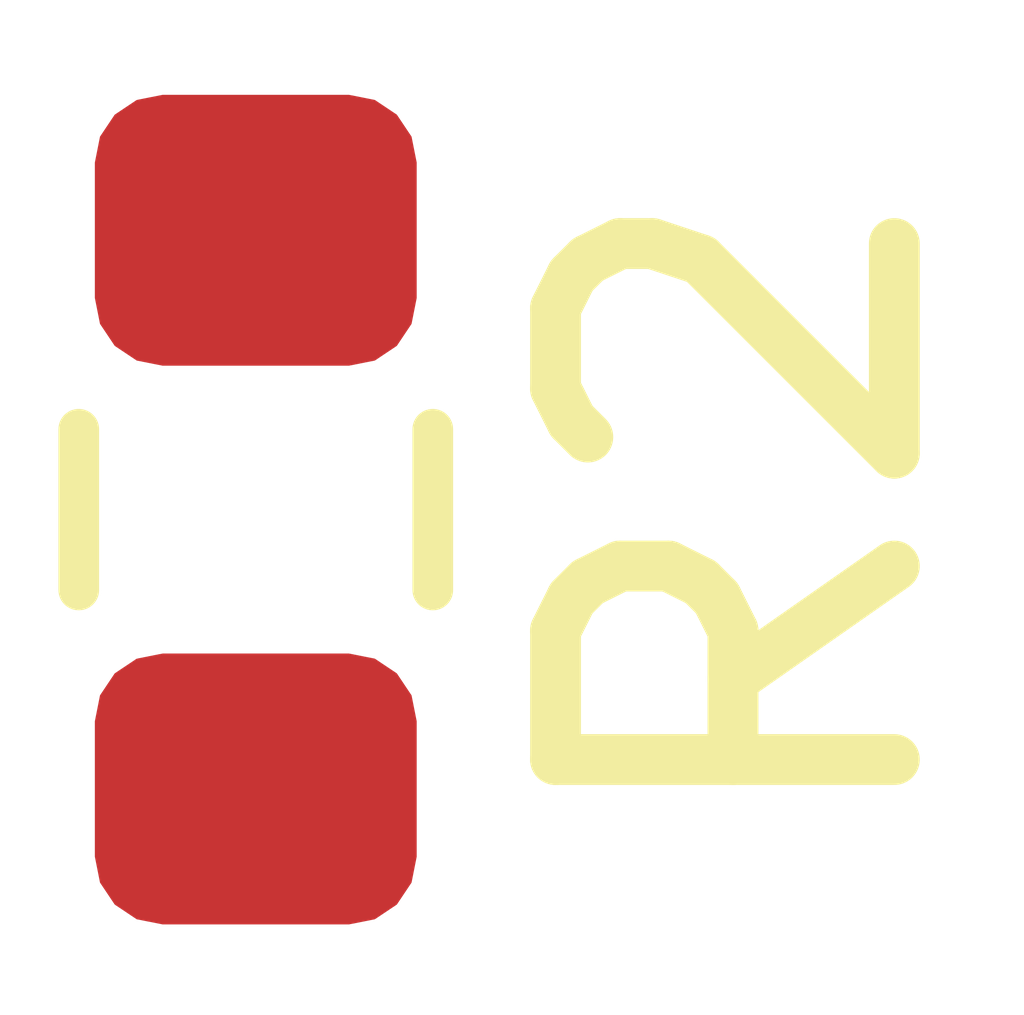
<source format=kicad_pcb>
(kicad_pcb (version 20240108) (generator "pcbnew") (generator_version "8.0")
  (layers (0 "F.Cu" signal) (31 "B.Cu" signal) (34 "B.Paste" user) (35 "F.Paste" user) (36 "B.SilkS" user "B.Silkscreen") (37 "F.SilkS" user "F.Silkscreen") (38 "B.Mask" user) (39 "F.Mask" user) (44 "Edge.Cuts" user))
  (net 0 "")
  (net 1 "GND")
  (net 2 "Net-(R2-Pad1)")
  (footprint "Resistor_SMD:R_0603_1608Metric" (layer "F.Cu") (at 131.51 102.2 -90)
    (property "Reference" "R2" (at 0 -1.43 90) (layer "F.SilkS"))
    (property "Value" "R" (hide yes))
    (fp_line (start -0.237258 0.5225) (end 0.237258 0.5225) (stroke (width 0.12)) (layer "F.SilkS"))
    (fp_line (start -0.237258 -0.5225) (end 0.237258 -0.5225) (stroke (width 0.12)) (layer "F.SilkS"))
    (pad "1" smd roundrect (at -0.825 0 270) (size 0.8 0.95) (layers "F.Cu" "F.Paste" "F.Mask") (net 2 "Net-(R2-Pad1)"))
    (pad "2" smd roundrect (at 0.825 0 270) (size 0.8 0.95) (layers "F.Cu" "F.Paste" "F.Mask") (net 1 "GND"))
  )
)
</source>
